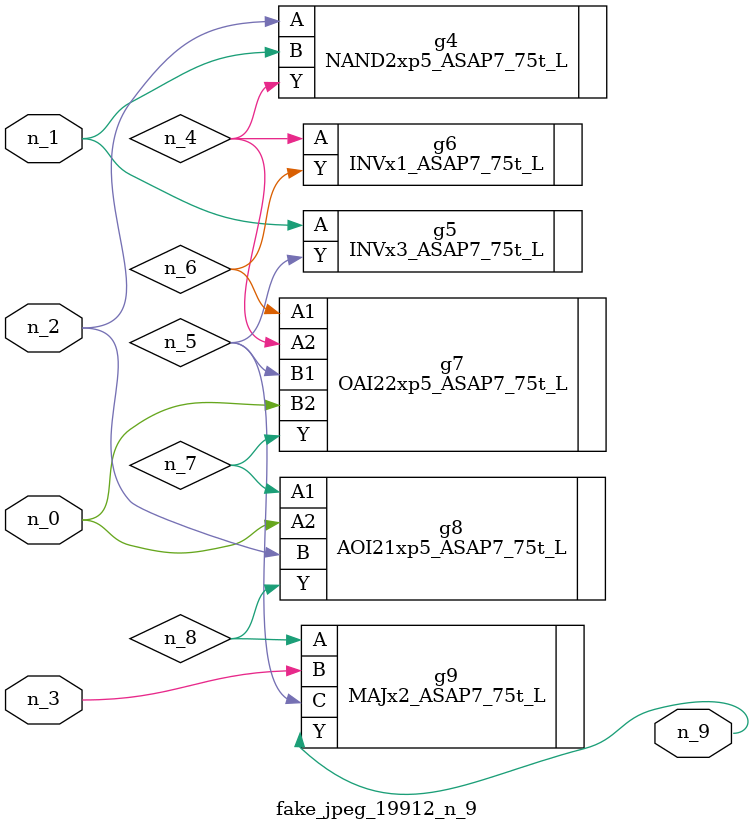
<source format=v>
module fake_jpeg_19912_n_9 (n_0, n_3, n_2, n_1, n_9);

input n_0;
input n_3;
input n_2;
input n_1;

output n_9;

wire n_4;
wire n_8;
wire n_6;
wire n_5;
wire n_7;

NAND2xp5_ASAP7_75t_L g4 ( 
.A(n_2),
.B(n_1),
.Y(n_4)
);

INVx3_ASAP7_75t_L g5 ( 
.A(n_1),
.Y(n_5)
);

INVx1_ASAP7_75t_L g6 ( 
.A(n_4),
.Y(n_6)
);

OAI22xp5_ASAP7_75t_L g7 ( 
.A1(n_6),
.A2(n_4),
.B1(n_5),
.B2(n_0),
.Y(n_7)
);

AOI21xp5_ASAP7_75t_L g8 ( 
.A1(n_7),
.A2(n_0),
.B(n_2),
.Y(n_8)
);

MAJx2_ASAP7_75t_L g9 ( 
.A(n_8),
.B(n_3),
.C(n_5),
.Y(n_9)
);


endmodule
</source>
